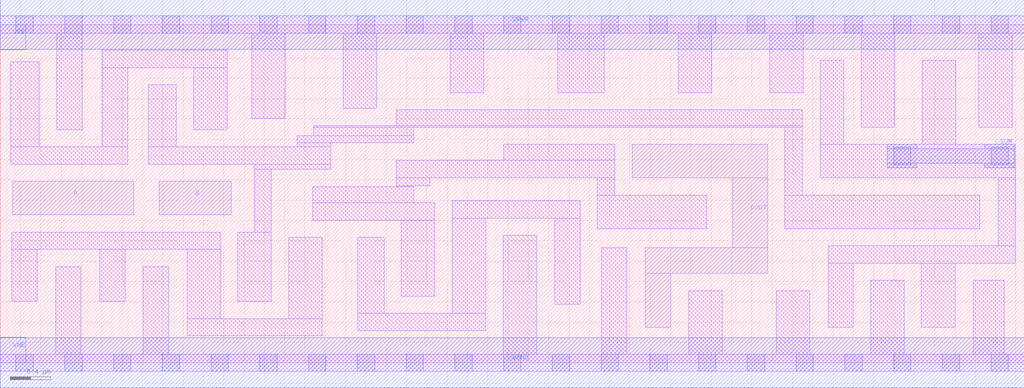
<source format=lef>
# Copyright 2020 The SkyWater PDK Authors
#
# Licensed under the Apache License, Version 2.0 (the "License");
# you may not use this file except in compliance with the License.
# You may obtain a copy of the License at
#
#     https://www.apache.org/licenses/LICENSE-2.0
#
# Unless required by applicable law or agreed to in writing, software
# distributed under the License is distributed on an "AS IS" BASIS,
# WITHOUT WARRANTIES OR CONDITIONS OF ANY KIND, either express or implied.
# See the License for the specific language governing permissions and
# limitations under the License.
#
# SPDX-License-Identifier: Apache-2.0

VERSION 5.5 ;
NAMESCASESENSITIVE ON ;
BUSBITCHARS "[]" ;
DIVIDERCHAR "/" ;
MACRO sky130_fd_sc_ms__ha_4
  CLASS CORE ;
  SOURCE USER ;
  ORIGIN  0.000000  0.000000 ;
  SIZE  10.08000 BY  3.330000 ;
  SYMMETRY X Y ;
  SITE unit ;
  PIN A
    ANTENNAGATEAREA  0.936000 ;
    DIRECTION INPUT ;
    USE SIGNAL ;
    PORT
      LAYER li1 ;
        RECT 0.125000 1.455000 1.315000 1.785000 ;
    END
  END A
  PIN B
    ANTENNAGATEAREA  0.936000 ;
    DIRECTION INPUT ;
    USE SIGNAL ;
    PORT
      LAYER li1 ;
        RECT 1.565000 1.455000 2.275000 1.785000 ;
    END
  END B
  PIN COUT
    ANTENNADIFFAREA  1.265600 ;
    DIRECTION OUTPUT ;
    USE SIGNAL ;
    PORT
      LAYER li1 ;
        RECT 6.220000 1.820000 7.555000 2.150000 ;
        RECT 6.350000 0.350000 6.600000 0.880000 ;
        RECT 6.350000 0.880000 7.555000 1.130000 ;
        RECT 7.210000 1.130000 7.555000 1.820000 ;
    END
  END COUT
  PIN SUM
    ANTENNADIFFAREA  1.470100 ;
    ANTENNAPARTIALMETALSIDEAREA  0.861000 ;
    DIRECTION OUTPUT ;
    USE SIGNAL ;
    PORT
      LAYER met1 ;
        RECT 8.735000 1.920000 9.025000 1.965000 ;
        RECT 8.735000 1.965000 9.985000 2.105000 ;
        RECT 8.735000 2.105000 9.025000 2.150000 ;
        RECT 9.695000 1.920000 9.985000 1.965000 ;
        RECT 9.695000 2.105000 9.985000 2.150000 ;
    END
  END SUM
  PIN VGND
    DIRECTION INOUT ;
    USE GROUND ;
    PORT
      LAYER met1 ;
        RECT 0.000000 -0.245000 10.080000 0.245000 ;
    END
  END VGND
  PIN VNB
    DIRECTION INOUT ;
    USE GROUND ;
    PORT
      LAYER met1 ;
        RECT 0.000000 0.000000 0.250000 0.250000 ;
    END
  END VNB
  PIN VPB
    DIRECTION INOUT ;
    USE POWER ;
    PORT
      LAYER met1 ;
        RECT 0.000000 3.080000 0.250000 3.330000 ;
    END
  END VPB
  PIN VPWR
    DIRECTION INOUT ;
    USE POWER ;
    PORT
      LAYER met1 ;
        RECT 0.000000 3.085000 10.080000 3.575000 ;
    END
  END VPWR
  OBS
    LAYER li1 ;
      RECT 0.000000 -0.085000 10.080000 0.085000 ;
      RECT 0.000000  3.245000 10.080000 3.415000 ;
      RECT 0.105000  1.955000  1.255000 2.125000 ;
      RECT 0.105000  2.125000  0.385000 2.965000 ;
      RECT 0.115000  0.605000  0.365000 1.115000 ;
      RECT 0.115000  1.115000  2.170000 1.285000 ;
      RECT 0.545000  0.085000  0.795000 0.945000 ;
      RECT 0.555000  2.295000  0.805000 3.245000 ;
      RECT 0.980000  0.605000  1.230000 1.115000 ;
      RECT 1.005000  2.125000  1.255000 2.905000 ;
      RECT 1.005000  2.905000  2.235000 3.075000 ;
      RECT 1.410000  0.085000  1.660000 0.945000 ;
      RECT 1.455000  1.955000  3.255000 2.125000 ;
      RECT 1.455000  2.125000  1.735000 2.735000 ;
      RECT 1.840000  0.265000  3.170000 0.435000 ;
      RECT 1.840000  0.435000  2.170000 1.115000 ;
      RECT 1.905000  2.295000  2.235000 2.905000 ;
      RECT 2.340000  0.605000  2.670000 1.285000 ;
      RECT 2.475000  2.405000  2.805000 3.245000 ;
      RECT 2.500000  1.285000  2.670000 1.905000 ;
      RECT 2.500000  1.905000  3.255000 1.955000 ;
      RECT 2.840000  0.435000  3.170000 1.235000 ;
      RECT 2.925000  2.125000  3.255000 2.165000 ;
      RECT 2.925000  2.165000  4.070000 2.235000 ;
      RECT 3.075000  1.405000  4.280000 1.575000 ;
      RECT 3.075000  1.575000  4.070000 1.735000 ;
      RECT 3.085000  2.235000  4.070000 2.320000 ;
      RECT 3.085000  2.320000  7.895000 2.335000 ;
      RECT 3.375000  2.505000  3.705000 3.245000 ;
      RECT 3.520000  0.315000  4.780000 0.485000 ;
      RECT 3.520000  0.485000  3.780000 1.235000 ;
      RECT 3.900000  1.735000  4.070000 1.745000 ;
      RECT 3.900000  1.745000  4.230000 1.820000 ;
      RECT 3.900000  1.820000  6.050000 1.995000 ;
      RECT 3.900000  2.335000  7.895000 2.490000 ;
      RECT 3.950000  0.655000  4.280000 1.405000 ;
      RECT 4.430000  2.660000  4.760000 3.245000 ;
      RECT 4.450000  0.485000  4.780000 1.425000 ;
      RECT 4.450000  1.425000  5.710000 1.595000 ;
      RECT 4.950000  0.085000  5.280000 1.255000 ;
      RECT 4.955000  1.995000  6.050000 2.150000 ;
      RECT 5.460000  0.575000  5.710000 1.425000 ;
      RECT 5.490000  2.660000  5.945000 3.245000 ;
      RECT 5.880000  1.320000  6.955000 1.650000 ;
      RECT 5.880000  1.650000  6.050000 1.820000 ;
      RECT 5.920000  0.085000  6.170000 1.130000 ;
      RECT 6.675000  2.660000  7.005000 3.245000 ;
      RECT 6.780000  0.085000  7.110000 0.710000 ;
      RECT 7.575000  2.660000  7.905000 3.245000 ;
      RECT 7.640000  0.085000  7.970000 0.710000 ;
      RECT 7.725000  1.320000  9.645000 1.650000 ;
      RECT 7.725000  1.650000  7.895000 2.320000 ;
      RECT 8.075000  1.820000  9.995000 2.150000 ;
      RECT 8.075000  2.150000  8.305000 2.980000 ;
      RECT 8.150000  0.350000  8.400000 0.980000 ;
      RECT 8.150000  0.980000  9.995000 1.150000 ;
      RECT 8.475000  2.320000  8.805000 3.245000 ;
      RECT 8.570000  0.085000  8.900000 0.810000 ;
      RECT 9.070000  0.350000  9.400000 0.980000 ;
      RECT 9.075000  2.150000  9.405000 2.980000 ;
      RECT 9.580000  0.085000  9.885000 0.810000 ;
      RECT 9.635000  2.320000  9.965000 3.245000 ;
      RECT 9.825000  1.150000  9.995000 1.820000 ;
    LAYER mcon ;
      RECT 0.155000 -0.085000 0.325000 0.085000 ;
      RECT 0.155000  3.245000 0.325000 3.415000 ;
      RECT 0.635000 -0.085000 0.805000 0.085000 ;
      RECT 0.635000  3.245000 0.805000 3.415000 ;
      RECT 1.115000 -0.085000 1.285000 0.085000 ;
      RECT 1.115000  3.245000 1.285000 3.415000 ;
      RECT 1.595000 -0.085000 1.765000 0.085000 ;
      RECT 1.595000  3.245000 1.765000 3.415000 ;
      RECT 2.075000 -0.085000 2.245000 0.085000 ;
      RECT 2.075000  3.245000 2.245000 3.415000 ;
      RECT 2.555000 -0.085000 2.725000 0.085000 ;
      RECT 2.555000  3.245000 2.725000 3.415000 ;
      RECT 3.035000 -0.085000 3.205000 0.085000 ;
      RECT 3.035000  3.245000 3.205000 3.415000 ;
      RECT 3.515000 -0.085000 3.685000 0.085000 ;
      RECT 3.515000  3.245000 3.685000 3.415000 ;
      RECT 3.995000 -0.085000 4.165000 0.085000 ;
      RECT 3.995000  3.245000 4.165000 3.415000 ;
      RECT 4.475000 -0.085000 4.645000 0.085000 ;
      RECT 4.475000  3.245000 4.645000 3.415000 ;
      RECT 4.955000 -0.085000 5.125000 0.085000 ;
      RECT 4.955000  3.245000 5.125000 3.415000 ;
      RECT 5.435000 -0.085000 5.605000 0.085000 ;
      RECT 5.435000  3.245000 5.605000 3.415000 ;
      RECT 5.915000 -0.085000 6.085000 0.085000 ;
      RECT 5.915000  3.245000 6.085000 3.415000 ;
      RECT 6.395000 -0.085000 6.565000 0.085000 ;
      RECT 6.395000  3.245000 6.565000 3.415000 ;
      RECT 6.875000 -0.085000 7.045000 0.085000 ;
      RECT 6.875000  3.245000 7.045000 3.415000 ;
      RECT 7.355000 -0.085000 7.525000 0.085000 ;
      RECT 7.355000  3.245000 7.525000 3.415000 ;
      RECT 7.835000 -0.085000 8.005000 0.085000 ;
      RECT 7.835000  3.245000 8.005000 3.415000 ;
      RECT 8.315000 -0.085000 8.485000 0.085000 ;
      RECT 8.315000  3.245000 8.485000 3.415000 ;
      RECT 8.795000 -0.085000 8.965000 0.085000 ;
      RECT 8.795000  1.950000 8.965000 2.120000 ;
      RECT 8.795000  3.245000 8.965000 3.415000 ;
      RECT 9.275000 -0.085000 9.445000 0.085000 ;
      RECT 9.275000  3.245000 9.445000 3.415000 ;
      RECT 9.755000 -0.085000 9.925000 0.085000 ;
      RECT 9.755000  1.950000 9.925000 2.120000 ;
      RECT 9.755000  3.245000 9.925000 3.415000 ;
  END
END sky130_fd_sc_ms__ha_4

</source>
